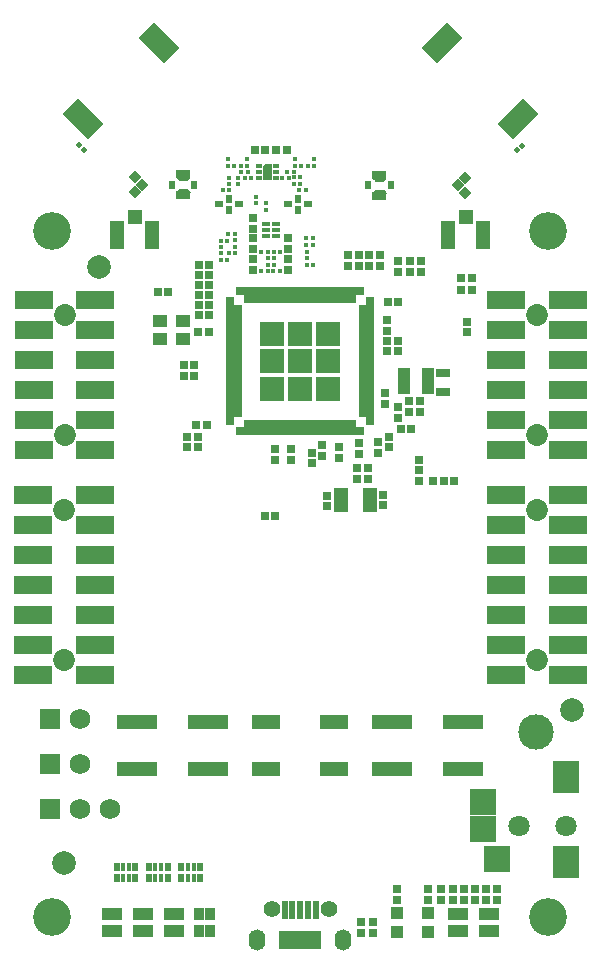
<source format=gts>
G04*
G04 #@! TF.GenerationSoftware,Altium Limited,Altium Designer,19.1.5 (86)*
G04*
G04 Layer_Color=8388736*
%FSLAX44Y44*%
%MOMM*%
G71*
G01*
G75*
%ADD16C,0.1000*%
%ADD60R,2.0000X2.0000*%
%ADD61R,2.0000X2.0000*%
%ADD62R,2.0000X2.0000*%
%ADD63R,0.6500X9.4500*%
%ADD64R,9.4500X0.6500*%
%ADD65R,10.9000X0.6500*%
%ADD66R,0.6500X10.9000*%
%ADD67R,0.7532X0.7532*%
%ADD68R,0.4000X0.4500*%
%ADD69R,0.7532X0.7532*%
%ADD70R,0.5032X0.7032*%
%ADD71R,0.7032X0.5032*%
%ADD72R,0.6032X0.7032*%
%ADD73R,1.3032X0.6732*%
%ADD74R,3.2032X1.6032*%
%ADD75R,3.4032X1.2032*%
%ADD76R,2.4532X1.2532*%
%ADD77C,2.0000*%
%ADD78R,0.8532X1.0532*%
%ADD79R,0.6032X1.5532*%
%ADD80R,3.6032X1.5532*%
%ADD81R,0.4532X0.6532*%
%ADD82R,0.5532X0.6532*%
%ADD83R,1.0032X1.0032*%
G04:AMPARAMS|DCode=84|XSize=1.9032mm|YSize=3.0032mm|CornerRadius=0mm|HoleSize=0mm|Usage=FLASHONLY|Rotation=225.000|XOffset=0mm|YOffset=0mm|HoleType=Round|Shape=Rectangle|*
%AMROTATEDRECTD84*
4,1,4,-0.3889,1.7347,1.7347,-0.3889,0.3889,-1.7347,-1.7347,0.3889,-0.3889,1.7347,0.0*
%
%ADD84ROTATEDRECTD84*%

G04:AMPARAMS|DCode=85|XSize=1.9032mm|YSize=3.0032mm|CornerRadius=0mm|HoleSize=0mm|Usage=FLASHONLY|Rotation=315.000|XOffset=0mm|YOffset=0mm|HoleType=Round|Shape=Rectangle|*
%AMROTATEDRECTD85*
4,1,4,-1.7347,-0.3889,0.3889,1.7347,1.7347,0.3889,-0.3889,-1.7347,-1.7347,-0.3889,0.0*
%
%ADD85ROTATEDRECTD85*%

%ADD86R,0.4500X0.4000*%
%ADD87R,0.7532X0.4532*%
%ADD88R,0.5532X0.4532*%
G04:AMPARAMS|DCode=89|XSize=0.4mm|YSize=0.45mm|CornerRadius=0mm|HoleSize=0mm|Usage=FLASHONLY|Rotation=45.000|XOffset=0mm|YOffset=0mm|HoleType=Round|Shape=Rectangle|*
%AMROTATEDRECTD89*
4,1,4,0.0177,-0.3005,-0.3005,0.0177,-0.0177,0.3005,0.3005,-0.0177,0.0177,-0.3005,0.0*
%
%ADD89ROTATEDRECTD89*%

G04:AMPARAMS|DCode=90|XSize=0.4mm|YSize=0.45mm|CornerRadius=0mm|HoleSize=0mm|Usage=FLASHONLY|Rotation=135.000|XOffset=0mm|YOffset=0mm|HoleType=Round|Shape=Rectangle|*
%AMROTATEDRECTD90*
4,1,4,0.3005,0.0177,-0.0177,-0.3005,-0.3005,-0.0177,0.0177,0.3005,0.3005,0.0177,0.0*
%
%ADD90ROTATEDRECTD90*%

%ADD91R,1.2532X2.4032*%
%ADD92R,1.2032X1.2532*%
%ADD93R,1.1532X1.0532*%
%ADD94P,1.0652X4X360.0*%
%ADD95R,1.1532X0.7532*%
%ADD96R,1.2032X2.0032*%
%ADD97R,2.2032X2.7032*%
%ADD98R,2.2032X2.2032*%
%ADD99R,1.0032X2.2032*%
%ADD100R,0.4232X0.6532*%
%ADD101R,0.6532X0.4232*%
%ADD102R,0.3932X0.6532*%
%ADD103R,0.6532X0.3932*%
%ADD104C,1.7272*%
%ADD105R,1.7272X1.7272*%
%ADD106C,1.8532*%
%ADD107C,1.4032*%
G04:AMPARAMS|DCode=108|XSize=1.4032mm|YSize=1.8032mm|CornerRadius=0.7016mm|HoleSize=0mm|Usage=FLASHONLY|Rotation=180.000|XOffset=0mm|YOffset=0mm|HoleType=Round|Shape=RoundedRectangle|*
%AMROUNDEDRECTD108*
21,1,1.4032,0.4000,0,0,180.0*
21,1,0.0000,1.8032,0,0,180.0*
1,1,1.4032,0.0000,0.2000*
1,1,1.4032,0.0000,0.2000*
1,1,1.4032,0.0000,-0.2000*
1,1,1.4032,0.0000,-0.2000*
%
%ADD108ROUNDEDRECTD108*%
%ADD109C,3.2032*%
%ADD110C,3.0032*%
%ADD111C,1.8032*%
G36*
X220000Y677000D02*
X220750Y677000D01*
Y677500D01*
X223750D01*
Y677000D01*
X226250D01*
Y664000D01*
X223750D01*
Y663500D01*
X220750D01*
Y664000D01*
X218250D01*
Y675250D01*
X220000Y677000D01*
D02*
G37*
D16*
X313000Y663750D02*
X321000D01*
X312000Y664500D02*
X322000D01*
X320250Y662750D02*
X323000Y665500D01*
X313750Y662750D02*
X320250D01*
X311000Y665500D02*
X313250Y663250D01*
X313750Y662750D01*
X320250Y655400D02*
X320750Y654900D01*
X323000Y652650D01*
X313750Y655400D02*
X320250D01*
X311000Y652650D02*
X313750Y655400D01*
X312000Y653650D02*
X322000D01*
X313000Y654400D02*
X321000D01*
X147000Y655000D02*
X155000D01*
X146000Y654250D02*
X156000D01*
X145000Y653250D02*
X147750Y656000D01*
X154250D01*
X154750Y655500D02*
X157000Y653250D01*
X154250Y656000D02*
X154750Y655500D01*
X147250Y663850D02*
X147750Y663350D01*
X145000Y666100D02*
X147250Y663850D01*
X147750Y663350D02*
X154250D01*
X157000Y666100D01*
X146000Y665100D02*
X156000D01*
X147000Y664350D02*
X155000D01*
D60*
X226500Y510000D02*
D03*
X273500Y486500D02*
D03*
Y510000D02*
D03*
Y533500D02*
D03*
X226500D02*
D03*
X250000Y510000D02*
D03*
Y533500D02*
D03*
D61*
X226500Y486500D02*
D03*
D62*
X250000D02*
D03*
D63*
X303000Y510000D02*
D03*
X197000Y510000D02*
D03*
D64*
X250000Y457000D02*
D03*
X250000Y563000D02*
D03*
D65*
X250000Y569250D02*
D03*
Y450750D02*
D03*
D66*
X190750Y510000D02*
D03*
X309250D02*
D03*
D67*
X350750Y426750D02*
D03*
Y417750D02*
D03*
X350750Y408750D02*
D03*
X299750Y431500D02*
D03*
Y440500D02*
D03*
X315750Y432500D02*
D03*
Y441500D02*
D03*
X283250Y437500D02*
D03*
Y428500D02*
D03*
X260000Y432750D02*
D03*
Y423750D02*
D03*
X307500Y419500D02*
D03*
Y410500D02*
D03*
X325250Y446250D02*
D03*
Y437250D02*
D03*
X320500Y388250D02*
D03*
Y397250D02*
D03*
X228750Y435750D02*
D03*
Y426750D02*
D03*
X242500Y435750D02*
D03*
Y426750D02*
D03*
X273000Y396250D02*
D03*
Y387250D02*
D03*
X352500Y585750D02*
D03*
Y594750D02*
D03*
X333000Y585750D02*
D03*
Y594750D02*
D03*
X311250Y35250D02*
D03*
Y26250D02*
D03*
X301750Y35250D02*
D03*
Y26250D02*
D03*
X332000Y63250D02*
D03*
Y54250D02*
D03*
X358000Y63250D02*
D03*
Y54250D02*
D03*
X369500Y63250D02*
D03*
Y54250D02*
D03*
X379000D02*
D03*
Y63250D02*
D03*
X388500Y54250D02*
D03*
Y63250D02*
D03*
X398000Y63250D02*
D03*
Y54250D02*
D03*
X407500Y54250D02*
D03*
Y63250D02*
D03*
X417000Y54250D02*
D03*
Y63250D02*
D03*
X210250Y596500D02*
D03*
Y587500D02*
D03*
X239750Y596500D02*
D03*
Y587500D02*
D03*
X210250Y631000D02*
D03*
Y622000D02*
D03*
X239750Y605500D02*
D03*
Y614500D02*
D03*
X332750Y471250D02*
D03*
Y462250D02*
D03*
X323500Y545000D02*
D03*
Y536000D02*
D03*
X351500Y467500D02*
D03*
Y476500D02*
D03*
X297750Y419500D02*
D03*
Y410500D02*
D03*
X268750Y439000D02*
D03*
Y430000D02*
D03*
X290500Y591000D02*
D03*
Y600000D02*
D03*
X299500Y591000D02*
D03*
Y600000D02*
D03*
X308500Y591000D02*
D03*
Y600000D02*
D03*
X317500Y591000D02*
D03*
Y600000D02*
D03*
X210250Y614500D02*
D03*
Y605500D02*
D03*
X342250Y467500D02*
D03*
Y476500D02*
D03*
X322000Y474000D02*
D03*
Y483000D02*
D03*
X342750Y585750D02*
D03*
Y594750D02*
D03*
X391000Y534500D02*
D03*
Y543500D02*
D03*
D68*
X260750Y614250D02*
D03*
X255250D02*
D03*
X232750Y586750D02*
D03*
X227250D02*
D03*
X222750D02*
D03*
X217250D02*
D03*
X222500Y602750D02*
D03*
X217000D02*
D03*
X233000D02*
D03*
X227500D02*
D03*
X189500Y601750D02*
D03*
X195000D02*
D03*
X188250Y596250D02*
D03*
X182750D02*
D03*
X188250Y612250D02*
D03*
X182750D02*
D03*
X261000Y592000D02*
D03*
X255500D02*
D03*
X260750Y608500D02*
D03*
X255250D02*
D03*
X254750Y655000D02*
D03*
X249250D02*
D03*
X184250D02*
D03*
X189750D02*
D03*
X251000Y675500D02*
D03*
X256500D02*
D03*
X199501D02*
D03*
X194000D02*
D03*
X189250Y617750D02*
D03*
X194750D02*
D03*
X205500Y670500D02*
D03*
X200000D02*
D03*
X203250Y665500D02*
D03*
X208750D02*
D03*
X240250D02*
D03*
X234750D02*
D03*
X239000Y670500D02*
D03*
X244500D02*
D03*
D69*
X154500Y446000D02*
D03*
X163500D02*
D03*
X154500Y437250D02*
D03*
X163500D02*
D03*
X362500Y408750D02*
D03*
X371500Y408750D02*
D03*
X380500D02*
D03*
X129250Y568500D02*
D03*
X138250D02*
D03*
X164000Y574750D02*
D03*
X173000D02*
D03*
X171000Y455750D02*
D03*
X162000D02*
D03*
X395250Y570750D02*
D03*
X386250D02*
D03*
X386250Y580250D02*
D03*
X395250D02*
D03*
X163500Y535250D02*
D03*
X172500D02*
D03*
X151500Y497750D02*
D03*
X160500D02*
D03*
X151500Y506750D02*
D03*
X160500D02*
D03*
X164000Y583250D02*
D03*
X173000D02*
D03*
X164000Y566250D02*
D03*
X173000D02*
D03*
X164000Y549250D02*
D03*
X173000D02*
D03*
X323500Y527500D02*
D03*
X332500D02*
D03*
X323500Y518750D02*
D03*
X332500D02*
D03*
X324250Y560000D02*
D03*
X333250D02*
D03*
X335250Y453000D02*
D03*
X344250D02*
D03*
X229000Y379500D02*
D03*
X220000D02*
D03*
X173000Y591750D02*
D03*
X164000D02*
D03*
X173000Y557750D02*
D03*
X164000D02*
D03*
X220500Y688750D02*
D03*
X211500D02*
D03*
X229750D02*
D03*
X238750D02*
D03*
D70*
X189750Y647500D02*
D03*
Y638500D02*
D03*
X248500Y647500D02*
D03*
Y638500D02*
D03*
D71*
X181250Y643000D02*
D03*
X198250D02*
D03*
X240000Y643000D02*
D03*
X257000D02*
D03*
D72*
X307500Y659000D02*
D03*
X326500D02*
D03*
X160500Y659750D02*
D03*
X141500D02*
D03*
D73*
X317000Y668000D02*
D03*
Y650000D02*
D03*
X151000Y650750D02*
D03*
Y668750D02*
D03*
D74*
X76570Y435390D02*
D03*
Y460790D02*
D03*
Y486190D02*
D03*
Y511590D02*
D03*
Y536990D02*
D03*
Y562390D02*
D03*
X24570D02*
D03*
Y536990D02*
D03*
Y511590D02*
D03*
Y486190D02*
D03*
Y460790D02*
D03*
Y435390D02*
D03*
X76000Y244890D02*
D03*
Y270290D02*
D03*
Y295690D02*
D03*
Y321090D02*
D03*
Y346490D02*
D03*
Y371890D02*
D03*
Y397290D02*
D03*
X24000D02*
D03*
Y371890D02*
D03*
Y346490D02*
D03*
Y321090D02*
D03*
Y295690D02*
D03*
Y270290D02*
D03*
Y244890D02*
D03*
X476570Y435390D02*
D03*
Y460790D02*
D03*
Y486190D02*
D03*
Y511590D02*
D03*
Y536990D02*
D03*
Y562390D02*
D03*
X424570D02*
D03*
Y536990D02*
D03*
Y511590D02*
D03*
Y486190D02*
D03*
Y460790D02*
D03*
Y435390D02*
D03*
X476500Y244890D02*
D03*
Y270290D02*
D03*
Y295690D02*
D03*
Y321090D02*
D03*
Y346490D02*
D03*
Y371890D02*
D03*
Y397290D02*
D03*
X424500D02*
D03*
Y371890D02*
D03*
Y346490D02*
D03*
Y321090D02*
D03*
Y295690D02*
D03*
Y270290D02*
D03*
Y244890D02*
D03*
D75*
X328000Y205000D02*
D03*
Y165000D02*
D03*
X388000D02*
D03*
Y205000D02*
D03*
X112000D02*
D03*
Y165000D02*
D03*
X172000D02*
D03*
Y205000D02*
D03*
D76*
X278750Y204750D02*
D03*
Y165250D02*
D03*
X221250D02*
D03*
Y204750D02*
D03*
D77*
X80000Y590000D02*
D03*
X480000Y215000D02*
D03*
X50000Y85000D02*
D03*
D78*
X164750Y27750D02*
D03*
Y42250D02*
D03*
X173250Y27750D02*
D03*
Y42250D02*
D03*
X138750Y27750D02*
D03*
Y42250D02*
D03*
X147250Y27750D02*
D03*
Y42250D02*
D03*
X112750Y27750D02*
D03*
Y42250D02*
D03*
X121250Y27750D02*
D03*
Y42250D02*
D03*
X414250D02*
D03*
Y27750D02*
D03*
X405750D02*
D03*
Y42250D02*
D03*
X388250D02*
D03*
Y27750D02*
D03*
X379750D02*
D03*
Y42250D02*
D03*
X86750Y27750D02*
D03*
Y42250D02*
D03*
X95250Y27750D02*
D03*
Y42250D02*
D03*
D79*
X250000Y45750D02*
D03*
X243500D02*
D03*
X237000D02*
D03*
X256500D02*
D03*
X263000D02*
D03*
D80*
X250000Y20000D02*
D03*
D81*
X105000Y82250D02*
D03*
Y72750D02*
D03*
X100000D02*
D03*
Y82250D02*
D03*
X160000Y82250D02*
D03*
Y72750D02*
D03*
X155000D02*
D03*
Y82250D02*
D03*
X132500D02*
D03*
Y72750D02*
D03*
X127500D02*
D03*
Y82250D02*
D03*
D82*
X110500Y82250D02*
D03*
Y72750D02*
D03*
X94500Y82250D02*
D03*
Y72750D02*
D03*
X165500Y82250D02*
D03*
Y72750D02*
D03*
X149500Y82250D02*
D03*
Y72750D02*
D03*
X138000Y82250D02*
D03*
Y72750D02*
D03*
X122000Y82250D02*
D03*
Y72750D02*
D03*
D83*
X358000Y43250D02*
D03*
Y26750D02*
D03*
X332000Y43250D02*
D03*
Y26750D02*
D03*
D84*
X66077Y715077D02*
D03*
X130423Y779424D02*
D03*
D85*
X434173Y715077D02*
D03*
X369827Y779424D02*
D03*
D86*
X227500Y597500D02*
D03*
Y592000D02*
D03*
X222500Y597500D02*
D03*
Y592000D02*
D03*
X220750Y638250D02*
D03*
Y643750D02*
D03*
X212500Y649250D02*
D03*
Y643750D02*
D03*
X182750Y601500D02*
D03*
Y607000D02*
D03*
X194500D02*
D03*
Y612500D02*
D03*
X255500Y597500D02*
D03*
Y603000D02*
D03*
X250000Y665750D02*
D03*
Y660250D02*
D03*
X244750Y660250D02*
D03*
Y665750D02*
D03*
X190000Y665500D02*
D03*
Y660000D02*
D03*
X246000Y681000D02*
D03*
Y675500D02*
D03*
X261750Y681000D02*
D03*
Y675500D02*
D03*
X188750Y681000D02*
D03*
Y675500D02*
D03*
X204750Y681000D02*
D03*
Y675500D02*
D03*
X197500Y660000D02*
D03*
X197500Y665500D02*
D03*
D87*
X229250Y616001D02*
D03*
X220750D02*
D03*
X229250Y626001D02*
D03*
Y621000D02*
D03*
X220750D02*
D03*
Y626001D02*
D03*
D88*
X215000Y665500D02*
D03*
Y675500D02*
D03*
Y670500D02*
D03*
X229500Y665500D02*
D03*
Y670500D02*
D03*
Y675500D02*
D03*
D89*
X433806Y688806D02*
D03*
X437694Y692695D02*
D03*
D90*
X66945Y689305D02*
D03*
X63056Y693195D02*
D03*
D91*
X95250Y617000D02*
D03*
X124750D02*
D03*
X375250Y617000D02*
D03*
X404750D02*
D03*
D92*
X110000Y632250D02*
D03*
X390000Y632250D02*
D03*
D93*
X131250Y529000D02*
D03*
Y544500D02*
D03*
X150750Y529000D02*
D03*
Y544500D02*
D03*
D94*
X110068Y653318D02*
D03*
X116432Y659682D02*
D03*
X110068Y666046D02*
D03*
X389932Y665432D02*
D03*
X383568Y659068D02*
D03*
X389932Y652704D02*
D03*
D95*
X371000Y500250D02*
D03*
Y484250D02*
D03*
D96*
X309250Y392750D02*
D03*
X284250D02*
D03*
D97*
X475000Y158500D02*
D03*
Y86500D02*
D03*
D98*
X405000Y137000D02*
D03*
Y114000D02*
D03*
X417000Y89000D02*
D03*
D99*
X338000Y493500D02*
D03*
X358000D02*
D03*
D100*
X205000Y563000D02*
D03*
X210000D02*
D03*
X215000D02*
D03*
X220000D02*
D03*
X225000D02*
D03*
X230000D02*
D03*
X235000D02*
D03*
X240000D02*
D03*
X245000D02*
D03*
X250000D02*
D03*
X255000D02*
D03*
X260000D02*
D03*
X265000D02*
D03*
X270000D02*
D03*
X275000D02*
D03*
X280000D02*
D03*
X285000D02*
D03*
X290000D02*
D03*
X295000D02*
D03*
Y457000D02*
D03*
X290000D02*
D03*
X285000D02*
D03*
X280000D02*
D03*
X275000D02*
D03*
X270000D02*
D03*
X265000D02*
D03*
X260000D02*
D03*
X255000D02*
D03*
X250000D02*
D03*
X245000D02*
D03*
X240000D02*
D03*
X235000D02*
D03*
X230000D02*
D03*
X225000D02*
D03*
X220000D02*
D03*
X215000D02*
D03*
X210000D02*
D03*
X205000D02*
D03*
D101*
X303000Y555000D02*
D03*
Y550000D02*
D03*
Y545000D02*
D03*
Y540000D02*
D03*
Y535000D02*
D03*
Y530000D02*
D03*
Y525000D02*
D03*
Y520000D02*
D03*
Y515000D02*
D03*
Y510000D02*
D03*
Y505000D02*
D03*
Y500000D02*
D03*
Y495000D02*
D03*
Y490000D02*
D03*
Y485000D02*
D03*
Y480000D02*
D03*
Y475000D02*
D03*
Y470000D02*
D03*
Y465000D02*
D03*
X197000D02*
D03*
Y470000D02*
D03*
Y475000D02*
D03*
Y480000D02*
D03*
Y485000D02*
D03*
Y490000D02*
D03*
Y495000D02*
D03*
Y500000D02*
D03*
Y505000D02*
D03*
Y510000D02*
D03*
Y515000D02*
D03*
Y520000D02*
D03*
Y525000D02*
D03*
Y530000D02*
D03*
Y535000D02*
D03*
Y540000D02*
D03*
Y545000D02*
D03*
Y550000D02*
D03*
Y555000D02*
D03*
D102*
X197500Y569250D02*
D03*
X202500D02*
D03*
X207500D02*
D03*
X212500D02*
D03*
X217500D02*
D03*
X222500D02*
D03*
X227500D02*
D03*
X232500D02*
D03*
X237500D02*
D03*
X242500D02*
D03*
X247500D02*
D03*
X252500D02*
D03*
X257500D02*
D03*
X262500D02*
D03*
X267500D02*
D03*
X272500D02*
D03*
X277500D02*
D03*
X282500D02*
D03*
X287500D02*
D03*
X292500D02*
D03*
X297500D02*
D03*
X302500D02*
D03*
Y450750D02*
D03*
X297500D02*
D03*
X292500D02*
D03*
X287500D02*
D03*
X282500D02*
D03*
X277500D02*
D03*
X272500D02*
D03*
X267500D02*
D03*
X262500D02*
D03*
X257500D02*
D03*
X252500D02*
D03*
X247500D02*
D03*
X242500D02*
D03*
X237500D02*
D03*
X232500D02*
D03*
X227500D02*
D03*
X222500D02*
D03*
X217500D02*
D03*
X212500D02*
D03*
X207500D02*
D03*
X202500D02*
D03*
X197500D02*
D03*
D103*
X309250Y562500D02*
D03*
Y557500D02*
D03*
Y552500D02*
D03*
Y547500D02*
D03*
Y542500D02*
D03*
Y537500D02*
D03*
Y532500D02*
D03*
Y527500D02*
D03*
Y522500D02*
D03*
Y517500D02*
D03*
Y512500D02*
D03*
Y507500D02*
D03*
Y502500D02*
D03*
Y497500D02*
D03*
Y492500D02*
D03*
Y487500D02*
D03*
Y482500D02*
D03*
Y477500D02*
D03*
Y472500D02*
D03*
Y467500D02*
D03*
Y462500D02*
D03*
Y457500D02*
D03*
X190750D02*
D03*
Y462500D02*
D03*
Y467500D02*
D03*
Y472500D02*
D03*
Y477500D02*
D03*
Y482500D02*
D03*
Y487500D02*
D03*
Y492500D02*
D03*
Y497500D02*
D03*
Y502500D02*
D03*
Y507500D02*
D03*
Y512500D02*
D03*
Y517500D02*
D03*
Y522500D02*
D03*
Y527500D02*
D03*
Y532500D02*
D03*
Y537500D02*
D03*
Y542500D02*
D03*
Y547500D02*
D03*
Y552500D02*
D03*
Y557500D02*
D03*
Y562500D02*
D03*
D104*
X63208Y168944D02*
D03*
X88608Y130844D02*
D03*
X63208D02*
D03*
Y207044D02*
D03*
D105*
X37808Y168944D02*
D03*
X37808Y130844D02*
D03*
Y207044D02*
D03*
D106*
X50570Y448090D02*
D03*
Y549690D02*
D03*
X50000Y257590D02*
D03*
Y384590D02*
D03*
X450570Y448090D02*
D03*
Y549690D02*
D03*
X450500Y257590D02*
D03*
Y384590D02*
D03*
D107*
X274250Y46500D02*
D03*
X225750D02*
D03*
D108*
X213750Y20000D02*
D03*
X286250D02*
D03*
D109*
X40000Y40000D02*
D03*
X460000D02*
D03*
X40000Y620000D02*
D03*
X460000D02*
D03*
D110*
X450000Y196250D02*
D03*
D111*
X435000Y117000D02*
D03*
X475000D02*
D03*
M02*

</source>
